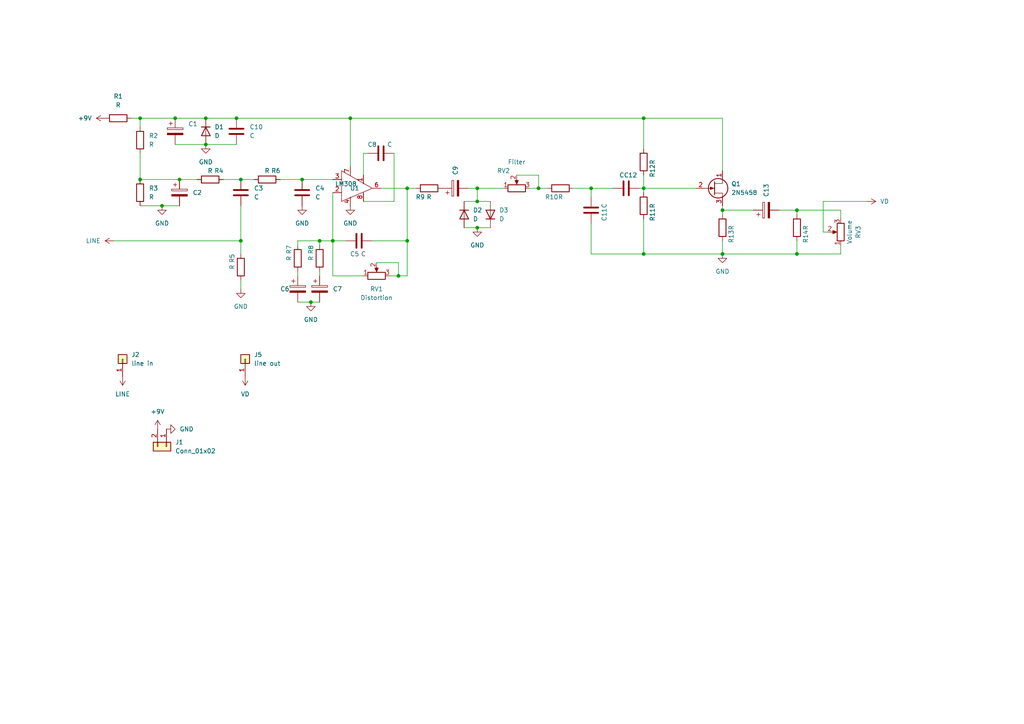
<source format=kicad_sch>
(kicad_sch (version 20230121) (generator eeschema)
  (paper "A4")
  (lib_symbols
    (symbol "Connector_Generic:Conn_01x01" (pin_names (offset 1.016) hide)
      (property "Reference" "J" (at 0 2.54 0))
      (property "Value" "Conn_01x01" (at 0 -2.54 0))
      (symbol "Conn_01x01_1_1"
        (rectangle (start -1.27 0.127) (end 0 -0.127) (stroke (width 0.1524)))
        (rectangle (start -1.27 1.27) (end 1.27 -1.27) (stroke (width 0.254)) (fill (type background)))
        (pin passive line (at -5.08 0 0) (length 3.81) (name "Pin_1") (number "1"))
      )
    )
    (symbol "Connector_Generic:Conn_01x02" (pin_names (offset 1.016) hide)
      (property "Reference" "J" (at 0 2.54 0))
      (property "Value" "Conn_01x02" (at 0 -5.08 0))
      (symbol "Conn_01x02_1_1"
        (rectangle (start -1.27 -2.413) (end 0 -2.667) (stroke (width 0.1524)))
        (rectangle (start -1.27 0.127) (end 0 -0.127) (stroke (width 0.1524)))
        (rectangle (start -1.27 1.27) (end 1.27 -3.81) (stroke (width 0.254)) (fill (type background)))
        (pin passive line (at -5.08 0 0) (length 3.81) (name "Pin_1") (number "1"))
        (pin passive line (at -5.08 -2.54 0) (length 3.81) (name "Pin_2") (number "2"))
      )
    )
    (symbol "Device:C" (pin_numbers hide) (pin_names (offset 0.254))
      (property "Reference" "C" (at 0.635 2.54 0))
      (property "Value" "C" (at 0.635 -2.54 0))
      (symbol "C_0_1"
        (polyline (pts (xy -2.032 -0.762) (xy 2.032 -0.762)) (stroke (width 0.508)))
        (polyline (pts (xy -2.032 0.762) (xy 2.032 0.762)) (stroke (width 0.508)))
      )
      (symbol "C_1_1"
        (pin passive line (at 0 3.81 270) (length 2.794) (name "~") (number "1"))
        (pin passive line (at 0 -3.81 90) (length 2.794) (name "~") (number "2"))
      )
    )
    (symbol "Device:C_Polarized" (pin_numbers hide) (pin_names (offset 0.254))
      (property "Reference" "C" (at 0.635 2.54 0))
      (property "Value" "C_Polarized" (at 0.635 -2.54 0))
      (symbol "C_Polarized_0_1"
        (rectangle (start -2.286 0.508) (end 2.286 1.016))
        (polyline (pts (xy -1.778 2.286) (xy -0.762 2.286)))
        (polyline (pts (xy -1.27 2.794) (xy -1.27 1.778)))
        (rectangle (start 2.286 -0.508) (end -2.286 -1.016) (fill (type outline)))
      )
      (symbol "C_Polarized_1_1"
        (pin passive line (at 0 3.81 270) (length 2.794) (name "~") (number "1"))
        (pin passive line (at 0 -3.81 90) (length 2.794) (name "~") (number "2"))
      )
    )
    (symbol "Device:D" (pin_numbers hide) (pin_names (offset 1.016) hide)
      (property "Reference" "D" (at 0 2.54 0))
      (property "Value" "D" (at 0 -2.54 0))
      (symbol "D_0_1"
        (polyline (pts (xy -1.27 1.27) (xy -1.27 -1.27)) (stroke (width 0.254)))
        (polyline (pts (xy 1.27 0) (xy -1.27 0)))
        (polyline (pts (xy 1.27 1.27) (xy 1.27 -1.27) (xy -1.27 0) (xy 1.27 1.27)) (stroke (width 0.254)))
      )
      (symbol "D_1_1"
        (pin passive line (at -3.81 0 0) (length 2.54) (name "K") (number "1"))
        (pin passive line (at 3.81 0 180) (length 2.54) (name "A") (number "2"))
      )
    )
    (symbol "Device:R" (pin_numbers hide) (pin_names (offset 0))
      (property "Reference" "R" (at 2.032 0 90))
      (property "Value" "R" (at 0 0 90))
      (symbol "R_0_1"
        (rectangle (start -1.016 -2.54) (end 1.016 2.54) (stroke (width 0.254)))
      )
      (symbol "R_1_1"
        (pin passive line (at 0 3.81 270) (length 1.27) (name "~") (number "1"))
        (pin passive line (at 0 -3.81 90) (length 1.27) (name "~") (number "2"))
      )
    )
    (symbol "Device:R_Potentiometer" (pin_names (offset 1.016) hide)
      (property "Reference" "RV" (at -4.445 0 90))
      (property "Value" "R_Potentiometer" (at -2.54 0 90))
      (symbol "R_Potentiometer_0_1"
        (polyline (pts (xy 2.54 0) (xy 1.524 0)))
        (polyline (pts (xy 1.143 0) (xy 2.286 0.508) (xy 2.286 -0.508) (xy 1.143 0)) (fill (type outline)))
        (rectangle (start 1.016 2.54) (end -1.016 -2.54) (stroke (width 0.254)))
      )
      (symbol "R_Potentiometer_1_1"
        (pin passive line (at 0 3.81 270) (length 1.27) (name "1") (number "1"))
        (pin passive line (at 3.81 0 180) (length 1.27) (name "2") (number "2"))
        (pin passive line (at 0 -3.81 90) (length 1.27) (name "3") (number "3"))
      )
    )
    (symbol "Transistor_FET:2N3819" (pin_names hide)
      (property "Reference" "Q" (at 5.08 1.905 0))
      (property "Value" "2N3819" (at 5.08 0 0))
      (symbol "2N3819_0_1"
        (polyline (pts (xy 0.254 0) (xy -2.54 0)))
        (polyline (pts (xy 0.254 1.905) (xy 0.254 -1.905)) (stroke (width 0.254)))
        (polyline (pts (xy 2.54 -2.54) (xy 2.54 -1.397) (xy 0.254 -1.397)))
        (polyline (pts (xy 2.54 2.54) (xy 2.54 1.397) (xy 0.254 1.397)))
        (polyline (pts (xy 0 0) (xy -1.016 0.381) (xy -1.016 -0.381) (xy 0 0)) (fill (type outline)))
        (circle (center 1.27 0) (radius 2.8194) (stroke (width 0.254)))
      )
      (symbol "2N3819_1_1"
        (pin passive line (at 2.54 5.08 270) (length 2.54) (name "D") (number "1"))
        (pin input line (at -5.08 0 0) (length 2.54) (name "G") (number "2"))
        (pin passive line (at 2.54 -5.08 90) (length 2.54) (name "S") (number "3"))
      )
    )
    (symbol "chargersymbols:lm308"
      (property "Reference" "U" (at 1.27 -1.27 0))
      (symbol "lm308_0_0"
        (pin unspecified line (at 5.08 2.54 270) (length 2.54) (name "") (number "1"))
        (pin unspecified line (at -3.81 -2.54 0) (length 2.54) (name "") (number "2"))
        (pin unspecified line (at -3.81 1.27 0) (length 2.54) (name "") (number "3"))
        (pin unspecified line (at 1.27 -6.35 90) (length 2.54) (name "") (number "4"))
        (pin unspecified line (at 10.16 -1.27 180) (length 2.54) (name "") (number "6"))
        (pin unspecified line (at 1.27 5.08 270) (length 2.54) (name "") (number "7"))
        (pin unspecified line (at 5.08 -5.08 90) (length 2.54) (name "") (number "8"))
      )
      (symbol "lm308_0_1"
        (polyline (pts (xy -1.27 3.81) (xy 7.62 -1.27) (xy -1.27 -5.08) (xy -1.27 3.81)))
      )
    )
    (symbol "power:+9V" (power) (pin_names (offset 0))
      (property "Value" "+9V" (at 0 3.556 0))
      (symbol "+9V_0_1"
        (polyline (pts (xy -0.762 1.27) (xy 0 2.54)))
        (polyline (pts (xy 0 0) (xy 0 2.54)))
        (polyline (pts (xy 0 2.54) (xy 0.762 1.27)))
      )
      (symbol "+9V_1_1"
        (pin power_in line (at 0 0 90) (length 0) hide (name "+9V") (number "1"))
      )
    )
    (symbol "power:GND" (power) (pin_names (offset 0))
      (property "Value" "GND" (at 0 -3.81 0))
      (symbol "GND_0_1"
        (polyline (pts (xy 0 0) (xy 0 -1.27) (xy 1.27 -1.27) (xy 0 -2.54) (xy -1.27 -1.27) (xy 0 -1.27)))
      )
      (symbol "GND_1_1"
        (pin power_in line (at 0 0 270) (length 0) hide (name "GND") (number "1"))
      )
    )
    (symbol "power:LINE" (power) (pin_names (offset 0))
      (property "Value" "LINE" (at 0 3.81 0))
      (symbol "LINE_0_1"
        (polyline (pts (xy -0.762 1.27) (xy 0 2.54)))
        (polyline (pts (xy 0 0) (xy 0 2.54)))
        (polyline (pts (xy 0 2.54) (xy 0.762 1.27)))
      )
      (symbol "LINE_1_1"
        (pin power_in line (at 0 0 90) (length 0) hide (name "LINE") (number "1"))
      )
    )
    (symbol "power:VD" (power) (pin_names (offset 0))
      (property "Value" "VD" (at 0 3.81 0))
      (symbol "VD_0_1"
        (polyline (pts (xy -0.762 1.27) (xy 0 2.54)))
        (polyline (pts (xy 0 0) (xy 0 2.54)))
        (polyline (pts (xy 0 2.54) (xy 0.762 1.27)))
      )
      (symbol "VD_1_1"
        (pin power_in line (at 0 0 90) (length 0) hide (name "VD") (number "1"))
      )
    )
  )
  (junction (at 46.99 59.69))
  (junction (at 186.69 73.66))
  (junction (at 186.69 34.29))
  (junction (at 87.63 52.07))
  (junction (at 69.85 52.07))
  (junction (at 115.57 80.01))
  (junction (at 69.85 69.85))
  (junction (at 138.43 54.61))
  (junction (at 118.11 69.85))
  (junction (at 209.55 73.66))
  (junction (at 231.14 73.66))
  (junction (at 59.69 41.91))
  (junction (at 52.07 52.07))
  (junction (at 92.71 69.85))
  (junction (at 96.52 69.85))
  (junction (at 90.17 87.63))
  (junction (at 156.21 54.61))
  (junction (at 138.43 58.42))
  (junction (at 40.64 52.07))
  (junction (at 50.8 34.29))
  (junction (at 186.69 54.61))
  (junction (at 209.55 60.96))
  (junction (at 40.64 34.29))
  (junction (at 231.14 60.96))
  (junction (at 68.58 34.29))
  (junction (at 138.43 66.04))
  (junction (at 101.6 34.29))
  (junction (at 171.45 54.61))
  (junction (at 59.69 34.29))
  (junction (at 118.11 54.61))
  (wire (pts (xy 50.8 41.91) (xy 59.69 41.91)))
  (wire (pts (xy 243.84 73.66) (xy 231.14 73.66)))
  (wire (pts (xy 209.55 34.29) (xy 209.55 49.53)))
  (wire (pts (xy 40.64 36.83) (xy 40.64 34.29)))
  (wire (pts (xy 86.36 71.12) (xy 86.36 69.85)))
  (wire (pts (xy 105.41 50.8) (xy 105.41 44.45)))
  (wire (pts (xy 186.69 54.61) (xy 186.69 55.88)))
  (wire (pts (xy 40.64 52.07) (xy 52.07 52.07)))
  (wire (pts (xy 166.37 54.61) (xy 171.45 54.61)))
  (wire (pts (xy 240.03 67.31) (xy 238.76 67.31)))
  (wire (pts (xy 92.71 69.85) (xy 96.52 69.85)))
  (wire (pts (xy 40.64 34.29) (xy 50.8 34.29)))
  (wire (pts (xy 156.21 54.61) (xy 158.75 54.61)))
  (wire (pts (xy 115.57 80.01) (xy 113.03 80.01)))
  (wire (pts (xy 134.62 58.42) (xy 138.43 58.42)))
  (wire (pts (xy 138.43 58.42) (xy 138.43 54.61)))
  (wire (pts (xy 186.69 34.29) (xy 186.69 43.18)))
  (wire (pts (xy 69.85 52.07) (xy 73.66 52.07)))
  (wire (pts (xy 114.3 44.45) (xy 114.3 58.42)))
  (wire (pts (xy 171.45 54.61) (xy 177.8 54.61)))
  (wire (pts (xy 209.55 60.96) (xy 209.55 62.23)))
  (wire (pts (xy 109.22 76.2) (xy 115.57 76.2)))
  (wire (pts (xy 68.58 34.29) (xy 101.6 34.29)))
  (wire (pts (xy 238.76 67.31) (xy 238.76 58.42)))
  (wire (pts (xy 231.14 60.96) (xy 243.84 60.96)))
  (wire (pts (xy 209.55 60.96) (xy 218.44 60.96)))
  (wire (pts (xy 149.86 50.8) (xy 156.21 50.8)))
  (wire (pts (xy 186.69 73.66) (xy 209.55 73.66)))
  (wire (pts (xy 185.42 54.61) (xy 186.69 54.61)))
  (wire (pts (xy 92.71 69.85) (xy 92.71 71.12)))
  (wire (pts (xy 138.43 58.42) (xy 142.24 58.42)))
  (wire (pts (xy 69.85 81.28) (xy 69.85 83.82)))
  (wire (pts (xy 238.76 58.42) (xy 251.46 58.42)))
  (wire (pts (xy 115.57 76.2) (xy 115.57 80.01)))
  (wire (pts (xy 171.45 54.61) (xy 171.45 57.15)))
  (wire (pts (xy 105.41 44.45) (xy 106.68 44.45)))
  (wire (pts (xy 96.52 69.85) (xy 100.33 69.85)))
  (wire (pts (xy 231.14 73.66) (xy 231.14 69.85)))
  (wire (pts (xy 231.14 60.96) (xy 231.14 62.23)))
  (wire (pts (xy 69.85 59.69) (xy 69.85 69.85)))
  (wire (pts (xy 118.11 69.85) (xy 107.95 69.85)))
  (wire (pts (xy 226.06 60.96) (xy 231.14 60.96)))
  (wire (pts (xy 105.41 58.42) (xy 114.3 58.42)))
  (wire (pts (xy 118.11 54.61) (xy 118.11 69.85)))
  (wire (pts (xy 171.45 73.66) (xy 186.69 73.66)))
  (wire (pts (xy 243.84 60.96) (xy 243.84 63.5)))
  (wire (pts (xy 243.84 71.12) (xy 243.84 73.66)))
  (wire (pts (xy 96.52 80.01) (xy 105.41 80.01)))
  (wire (pts (xy 209.55 69.85) (xy 209.55 73.66)))
  (wire (pts (xy 134.62 66.04) (xy 138.43 66.04)))
  (wire (pts (xy 209.55 59.69) (xy 209.55 60.96)))
  (wire (pts (xy 64.77 52.07) (xy 69.85 52.07)))
  (wire (pts (xy 52.07 52.07) (xy 57.15 52.07)))
  (wire (pts (xy 118.11 80.01) (xy 118.11 69.85)))
  (wire (pts (xy 118.11 54.61) (xy 120.65 54.61)))
  (wire (pts (xy 92.71 78.74) (xy 92.71 80.01)))
  (wire (pts (xy 186.69 34.29) (xy 209.55 34.29)))
  (wire (pts (xy 50.8 34.29) (xy 59.69 34.29)))
  (wire (pts (xy 138.43 66.04) (xy 142.24 66.04)))
  (wire (pts (xy 59.69 34.29) (xy 68.58 34.29)))
  (wire (pts (xy 33.02 69.85) (xy 69.85 69.85)))
  (wire (pts (xy 90.17 87.63) (xy 92.71 87.63)))
  (wire (pts (xy 186.69 50.8) (xy 186.69 54.61)))
  (wire (pts (xy 115.57 80.01) (xy 118.11 80.01)))
  (wire (pts (xy 87.63 52.07) (xy 96.52 52.07)))
  (wire (pts (xy 59.69 41.91) (xy 68.58 41.91)))
  (wire (pts (xy 138.43 54.61) (xy 135.89 54.61)))
  (wire (pts (xy 209.55 73.66) (xy 231.14 73.66)))
  (wire (pts (xy 171.45 64.77) (xy 171.45 73.66)))
  (wire (pts (xy 156.21 50.8) (xy 156.21 54.61)))
  (wire (pts (xy 86.36 69.85) (xy 92.71 69.85)))
  (wire (pts (xy 96.52 69.85) (xy 96.52 80.01)))
  (wire (pts (xy 101.6 34.29) (xy 101.6 48.26)))
  (wire (pts (xy 101.6 34.29) (xy 186.69 34.29)))
  (wire (pts (xy 86.36 78.74) (xy 86.36 80.01)))
  (wire (pts (xy 186.69 73.66) (xy 186.69 63.5)))
  (wire (pts (xy 110.49 54.61) (xy 118.11 54.61)))
  (wire (pts (xy 86.36 87.63) (xy 90.17 87.63)))
  (wire (pts (xy 69.85 69.85) (xy 69.85 73.66)))
  (wire (pts (xy 186.69 54.61) (xy 201.93 54.61)))
  (wire (pts (xy 40.64 59.69) (xy 46.99 59.69)))
  (wire (pts (xy 38.1 34.29) (xy 40.64 34.29)))
  (wire (pts (xy 156.21 54.61) (xy 153.67 54.61)))
  (wire (pts (xy 138.43 54.61) (xy 146.05 54.61)))
  (wire (pts (xy 40.64 44.45) (xy 40.64 52.07)))
  (wire (pts (xy 96.52 55.88) (xy 96.52 69.85)))
  (wire (pts (xy 46.99 59.69) (xy 52.07 59.69)))
  (wire (pts (xy 81.28 52.07) (xy 87.63 52.07)))
  (symbol (lib_id "Device:R") (at 162.56 54.61 90) (unit 1)
    (property "Reference" "R10" (at 160.02 57.15 90))
    (property "Value" "R" (at 162.56 57.15 90))
    (property "Footprint" "Resistor_SMD:R_1206_3216Metric" (effects hide))
  )
  (symbol (lib_id "power:GND") (at 59.69 41.91 0) (unit 1)
    (property "Reference" "#PWR02" (effects hide))
    (property "Value" "GND" (at 59.69 46.99 0))
  )
  (symbol (lib_id "Device:R") (at 40.64 40.64 180) (unit 1)
    (property "Reference" "R2" (at 43.18 39.37 0) (effects (justify right)))
    (property "Value" "R" (at 43.18 41.91 0) (effects (justify right)))
    (property "Footprint" "Resistor_SMD:R_1206_3216Metric" (effects hide))
  )
  (symbol (lib_id "Device:D") (at 134.62 62.23 270) (unit 1)
    (property "Reference" "D2" (at 137.16 60.96 90) (effects (justify left)))
    (property "Value" "D" (at 137.16 63.5 90) (effects (justify left)))
    (property "Footprint" "Diode_SMD:D_1206_3216Metric" (effects hide))
    (property "Sim.Device" "D" (effects hide))
    (property "Sim.Pins" "1=K 2=A" (effects hide))
  )
  (symbol (lib_id "Device:R") (at 77.47 52.07 270) (unit 1)
    (property "Reference" "R6" (at 80.01 49.53 90))
    (property "Value" "R" (at 77.47 49.53 90))
    (property "Footprint" "Resistor_SMD:R_1206_3216Metric" (effects hide))
  )
  (symbol (lib_id "Device:C") (at 171.45 60.96 180) (unit 1)
    (property "Reference" "C11" (at 175.26 62.23 90))
    (property "Value" "C" (at 175.26 59.69 90))
    (property "Footprint" "Capacitor_SMD:C_1206_3216Metric" (effects hide))
  )
  (symbol (lib_id "Device:R_Potentiometer") (at 149.86 54.61 90) (unit 1)
    (property "Reference" "RV2" (at 146.05 49.53 90))
    (property "Value" "Filter" (at 149.86 46.99 90))
    (property "Footprint" "DCDC buck converter lm2596:XH 2.54mm 3p smd vertical header" (effects hide))
  )
  (symbol (lib_id "Device:R") (at 209.55 66.04 180) (unit 1)
    (property "Reference" "R13" (at 212.09 68.58 90))
    (property "Value" "R" (at 212.09 66.04 90))
    (property "Footprint" "Resistor_SMD:R_1206_3216Metric" (effects hide))
  )
  (symbol (lib_id "Device:C") (at 110.49 44.45 90) (unit 1)
    (property "Reference" "C8" (at 107.95 41.91 90))
    (property "Value" "C" (at 113.03 41.91 90))
    (property "Footprint" "Capacitor_SMD:C_1206_3216Metric" (effects hide))
  )
  (symbol (lib_id "Device:R") (at 60.96 52.07 270) (unit 1)
    (property "Reference" "R4" (at 63.5 49.53 90))
    (property "Value" "R" (at 60.96 49.53 90))
    (property "Footprint" "Resistor_SMD:R_1206_3216Metric" (effects hide))
  )
  (symbol (lib_id "chargersymbols:lm308") (at 100.33 53.34 0) (unit 1)
    (property "Reference" "U1" (at 102.87 54.61 0))
    (property "Value" "LM308" (at 100.33 53.34 0))
    (property "Footprint" "Package_DIP:DIP-8_W7.62mm" (effects hide))
  )
  (symbol (lib_id "power:GND") (at 138.43 66.04 0) (unit 1)
    (property "Reference" "#PWR09" (effects hide))
    (property "Value" "GND" (at 138.43 71.12 0))
  )
  (symbol (lib_id "Device:D") (at 59.69 38.1 270) (unit 1)
    (property "Reference" "D1" (at 62.23 36.83 90) (effects (justify left)))
    (property "Value" "D" (at 62.23 39.37 90) (effects (justify left)))
    (property "Footprint" "Diode_SMD:D_1206_3216Metric" (effects hide))
    (property "Sim.Device" "D" (effects hide))
    (property "Sim.Pins" "1=K 2=A" (effects hide))
  )
  (symbol (lib_id "Connector_Generic:Conn_01x01") (at 35.56 104.14 90) (unit 1)
    (property "Reference" "J2" (at 38.1 102.87 90) (effects (justify right)))
    (property "Value" "line in" (at 38.1 105.41 90) (effects (justify right)))
    (property "Footprint" "Connector_PinHeader_2.54mm:PinHeader_1x01_P2.54mm_Vertical" (effects hide))
  )
  (symbol (lib_id "power:VD") (at 251.46 58.42 270) (unit 1)
    (property "Reference" "#PWR011" (effects hide))
    (property "Value" "VD" (at 255.27 58.42 90) (effects (justify left)))
  )
  (symbol (lib_id "power:+9V") (at 45.72 124.46 0) (unit 1)
    (property "Reference" "#PWR012" (effects hide))
    (property "Value" "+9V" (at 45.72 119.38 0))
  )
  (symbol (lib_id "Device:C") (at 68.58 38.1 0) (unit 1)
    (property "Reference" "C10" (at 72.39 36.83 0) (effects (justify left)))
    (property "Value" "C" (at 72.39 39.37 0) (effects (justify left)))
    (property "Footprint" "Capacitor_SMD:C_1206_3216Metric" (effects hide))
  )
  (symbol (lib_id "Device:R") (at 69.85 77.47 0) (unit 1)
    (property "Reference" "R5" (at 67.31 74.93 90))
    (property "Value" "R" (at 67.31 77.47 90))
    (property "Footprint" "Resistor_SMD:R_1206_3216Metric" (effects hide))
  )
  (symbol (lib_id "Device:R") (at 86.36 74.93 0) (unit 1)
    (property "Reference" "R7" (at 83.82 72.39 90))
    (property "Value" "R" (at 83.82 74.93 90))
    (property "Footprint" "Resistor_SMD:R_1206_3216Metric" (effects hide))
  )
  (symbol (lib_id "Device:R") (at 124.46 54.61 90) (unit 1)
    (property "Reference" "R9" (at 121.92 57.15 90))
    (property "Value" "R" (at 124.46 57.15 90))
    (property "Footprint" "Resistor_SMD:R_1206_3216Metric" (effects hide))
  )
  (symbol (lib_id "Device:D") (at 142.24 62.23 90) (unit 1)
    (property "Reference" "D3" (at 144.78 60.96 90) (effects (justify right)))
    (property "Value" "D" (at 144.78 63.5 90) (effects (justify right)))
    (property "Footprint" "Diode_SMD:D_1206_3216Metric" (effects hide))
    (property "Sim.Device" "D" (effects hide))
    (property "Sim.Pins" "1=K 2=A" (effects hide))
  )
  (symbol (lib_id "Connector_Generic:Conn_01x02") (at 48.26 129.54 270) (unit 1)
    (property "Reference" "J1" (at 50.8 128.27 90) (effects (justify left)))
    (property "Value" "Conn_01x02" (at 50.8 130.81 90) (effects (justify left)))
    (property "Footprint" "Connector_PinHeader_2.54mm:PinHeader_1x02_P2.54mm_Vertical_SMD_Pin1Left" (effects hide))
  )
  (symbol (lib_id "power:+9V") (at 30.48 34.29 90) (unit 1)
    (property "Reference" "#PWR01" (effects hide))
    (property "Value" "+9V" (at 26.67 34.29 90) (effects (justify left)))
  )
  (symbol (lib_id "power:GND") (at 87.63 59.69 0) (unit 1)
    (property "Reference" "#PWR06" (effects hide))
    (property "Value" "GND" (at 87.63 64.77 0))
  )
  (symbol (lib_id "power:GND") (at 90.17 87.63 0) (unit 1)
    (property "Reference" "#PWR08" (effects hide))
    (property "Value" "GND" (at 90.17 92.71 0))
  )
  (symbol (lib_id "Device:C_Polarized") (at 86.36 83.82 0) (unit 1)
    (property "Reference" "C6" (at 81.28 83.82 0) (effects (justify left)))
    (property "Value" "C_Polarized" (effects hide))
    (property "Footprint" "Capacitor_SMD:CP_Elec_4x5.4" (effects hide))
  )
  (symbol (lib_id "Device:C") (at 181.61 54.61 270) (unit 1)
    (property "Reference" "C12" (at 182.88 50.8 90))
    (property "Value" "C" (at 180.34 50.8 90))
    (property "Footprint" "Capacitor_SMD:C_1206_3216Metric" (effects hide))
  )
  (symbol (lib_id "Device:R") (at 34.29 34.29 90) (unit 1)
    (property "Reference" "R1" (at 34.29 27.94 90))
    (property "Value" "R" (at 34.29 30.48 90))
    (property "Footprint" "Resistor_SMD:R_1206_3216Metric" (effects hide))
  )
  (symbol (lib_id "Device:C") (at 69.85 55.88 0) (unit 1)
    (property "Reference" "C3" (at 73.66 54.61 0) (effects (justify left)))
    (property "Value" "C" (at 73.66 57.15 0) (effects (justify left)))
    (property "Footprint" "Capacitor_SMD:C_1206_3216Metric" (effects hide))
  )
  (symbol (lib_id "Device:C_Polarized") (at 50.8 38.1 0) (unit 1)
    (property "Reference" "C1" (at 54.61 35.941 0) (effects (justify left)))
    (property "Value" "C_Polarized" (effects hide))
    (property "Footprint" "Capacitor_SMD:CP_Elec_6.3x5.4" (effects hide))
  )
  (symbol (lib_id "Device:R") (at 40.64 55.88 180) (unit 1)
    (property "Reference" "R3" (at 43.18 54.61 0) (effects (justify right)))
    (property "Value" "R" (at 43.18 57.15 0) (effects (justify right)))
    (property "Footprint" "Resistor_SMD:R_1206_3216Metric" (effects hide))
  )
  (symbol (lib_id "Device:C_Polarized") (at 132.08 54.61 90) (unit 1)
    (property "Reference" "C9" (at 132.08 50.8 0) (effects (justify left)))
    (property "Value" "C_Polarized" (effects hide))
    (property "Footprint" "Capacitor_SMD:CP_Elec_4x5.4" (effects hide))
  )
  (symbol (lib_id "power:GND") (at 209.55 73.66 0) (unit 1)
    (property "Reference" "#PWR010" (effects hide))
    (property "Value" "GND" (at 209.55 78.74 0))
  )
  (symbol (lib_id "Device:C") (at 104.14 69.85 90) (unit 1)
    (property "Reference" "C5" (at 102.87 73.66 90))
    (property "Value" "C" (at 105.41 73.66 90))
    (property "Footprint" "Capacitor_SMD:C_1206_3216Metric" (effects hide))
  )
  (symbol (lib_id "Device:R") (at 186.69 59.69 180) (unit 1)
    (property "Reference" "R11" (at 189.23 62.23 90))
    (property "Value" "R" (at 189.23 59.69 90))
    (property "Footprint" "Resistor_SMD:R_1206_3216Metric" (effects hide))
  )
  (symbol (lib_id "power:VD") (at 71.12 109.22 180) (unit 1)
    (property "Reference" "#PWR014" (effects hide))
    (property "Value" "VD" (at 71.12 114.3 0))
  )
  (symbol (lib_id "power:GND") (at 46.99 59.69 0) (unit 1)
    (property "Reference" "#PWR04" (effects hide))
    (property "Value" "GND" (at 46.99 64.77 0))
  )
  (symbol (lib_id "Device:C_Polarized") (at 52.07 55.88 0) (unit 1)
    (property "Reference" "C2" (at 55.88 55.88 0) (effects (justify left)))
    (property "Value" "C_Polarized" (effects hide))
    (property "Footprint" "Capacitor_SMD:CP_Elec_4x5.4" (effects hide))
  )
  (symbol (lib_id "Device:R") (at 92.71 74.93 0) (unit 1)
    (property "Reference" "R8" (at 90.17 72.39 90))
    (property "Value" "R" (at 90.17 74.93 90))
    (property "Footprint" "Resistor_SMD:R_1206_3216Metric" (effects hide))
  )
  (symbol (lib_id "power:GND") (at 69.85 83.82 0) (unit 1)
    (property "Reference" "#PWR05" (effects hide))
    (property "Value" "GND" (at 69.85 88.9 0))
  )
  (symbol (lib_id "Device:R_Potentiometer") (at 243.84 67.31 180) (unit 1)
    (property "Reference" "RV3" (at 248.92 67.31 90))
    (property "Value" "Volume" (at 246.38 67.31 90))
    (property "Footprint" "DCDC buck converter lm2596:XH 2.54mm 3p smd vertical header" (effects hide))
  )
  (symbol (lib_id "Device:C_Polarized") (at 222.25 60.96 90) (unit 1)
    (property "Reference" "C13" (at 222.25 57.15 0) (effects (justify left)))
    (property "Value" "C_Polarized" (effects hide))
    (property "Footprint" "Capacitor_SMD:CP_Elec_4x5.4" (effects hide))
  )
  (symbol (lib_id "power:GND") (at 101.6 59.69 0) (unit 1)
    (property "Reference" "#PWR07" (effects hide))
    (property "Value" "GND" (at 101.6 64.77 0))
  )
  (symbol (lib_id "Device:C") (at 87.63 55.88 0) (unit 1)
    (property "Reference" "C4" (at 91.44 54.61 0) (effects (justify left)))
    (property "Value" "C" (at 91.44 57.15 0) (effects (justify left)))
    (property "Footprint" "Capacitor_SMD:C_1206_3216Metric" (effects hide))
  )
  (symbol (lib_id "Transistor_FET:2N3819") (at 207.01 54.61 0) (unit 1)
    (property "Reference" "Q1" (at 212.09 53.34 0) (effects (justify left)))
    (property "Value" "2N5458" (at 212.09 55.88 0) (effects (justify left)))
    (property "Footprint" "Package_TO_SOT_THT:TO-92" (effects hide))
    (property "Datasheet" "https://my.centralsemi.com/datasheets/2N3819.PDF" (effects hide))
  )
  (symbol (lib_id "Device:R") (at 186.69 46.99 180) (unit 1)
    (property "Reference" "R12" (at 189.23 49.53 90))
    (property "Value" "R" (at 189.23 46.99 90))
    (property "Footprint" "Resistor_SMD:R_1206_3216Metric" (effects hide))
  )
  (symbol (lib_id "Device:C_Polarized") (at 92.71 83.82 0) (unit 1)
    (property "Reference" "C7" (at 96.52 83.82 0) (effects (justify left)))
    (property "Value" "C_Polarized" (effects hide))
    (property "Footprint" "Capacitor_SMD:CP_Elec_4x5.4" (effects hide))
  )
  (symbol (lib_id "Connector_Generic:Conn_01x01") (at 71.12 104.14 90) (unit 1)
    (property "Reference" "J5" (at 73.66 102.87 90) (effects (justify right)))
    (property "Value" "line out" (at 73.66 105.41 90) (effects (justify right)))
    (property "Footprint" "Connector_PinHeader_2.54mm:PinHeader_1x01_P2.54mm_Vertical" (effects hide))
  )
  (symbol (lib_id "power:LINE") (at 35.56 109.22 180) (unit 1)
    (property "Reference" "#PWR013" (effects hide))
    (property "Value" "LINE" (at 35.56 114.3 0))
  )
  (symbol (lib_id "power:GND") (at 48.26 124.46 90) (unit 1)
    (property "Reference" "#PWR015" (effects hide))
    (property "Value" "GND" (at 52.07 124.46 90) (effects (justify right)))
  )
  (symbol (lib_id "Device:R") (at 231.14 66.04 180) (unit 1)
    (property "Reference" "R14" (at 233.68 68.58 90))
    (property "Value" "R" (at 233.68 66.04 90))
    (property "Footprint" "Resistor_SMD:R_1206_3216Metric" (effects hide))
  )
  (symbol (lib_id "Device:R_Potentiometer") (at 109.22 80.01 90) (unit 1)
    (property "Reference" "RV1" (at 109.22 83.82 90))
    (property "Value" "Distortion" (at 109.22 86.36 90))
    (property "Footprint" "DCDC buck converter lm2596:XH 2.54mm 3p smd vertical header" (effects hide))
  )
  (symbol (lib_id "power:LINE") (at 33.02 69.85 90) (unit 1)
    (property "Reference" "#PWR03" (effects hide))
    (property "Value" "LINE" (at 29.21 69.85 90) (effects (justify left)))
  )
)
</source>
